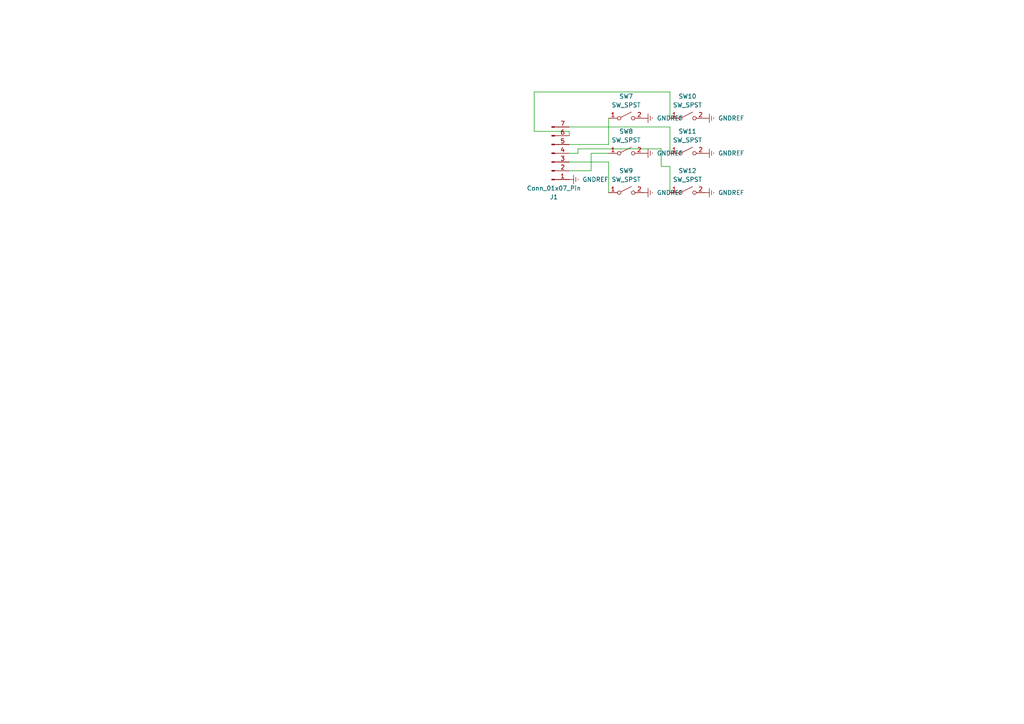
<source format=kicad_sch>
(kicad_sch (version 20231120) (generator "eeschema") (generator_version "8.0")
  (paper "A4")
  (lib_symbols
    (symbol "Connector:Conn_01x07_Pin" (pin_names (offset 1.016) hide)
      (property "Reference" "J" (at 0 10.16 0))
      (property "Value" "Conn_01x07_Pin" (at 0 -10.16 0))
      (symbol "Conn_01x07_Pin_1_1"
        (polyline (pts (xy 1.27 -7.62) (xy 0.8636 -7.62)) (stroke (width 0.1524)))
        (polyline (pts (xy 1.27 -5.08) (xy 0.8636 -5.08)) (stroke (width 0.1524)))
        (polyline (pts (xy 1.27 -2.54) (xy 0.8636 -2.54)) (stroke (width 0.1524)))
        (polyline (pts (xy 1.27 0) (xy 0.8636 0)) (stroke (width 0.1524)))
        (polyline (pts (xy 1.27 2.54) (xy 0.8636 2.54)) (stroke (width 0.1524)))
        (polyline (pts (xy 1.27 5.08) (xy 0.8636 5.08)) (stroke (width 0.1524)))
        (polyline (pts (xy 1.27 7.62) (xy 0.8636 7.62)) (stroke (width 0.1524)))
        (rectangle (start 0.8636 -7.493) (end 0 -7.747) (stroke (width 0.1524)) (fill (type outline)))
        (rectangle (start 0.8636 -4.953) (end 0 -5.207) (stroke (width 0.1524)) (fill (type outline)))
        (rectangle (start 0.8636 -2.413) (end 0 -2.667) (stroke (width 0.1524)) (fill (type outline)))
        (rectangle (start 0.8636 0.127) (end 0 -0.127) (stroke (width 0.1524)) (fill (type outline)))
        (rectangle (start 0.8636 2.667) (end 0 2.413) (stroke (width 0.1524)) (fill (type outline)))
        (rectangle (start 0.8636 5.207) (end 0 4.953) (stroke (width 0.1524)) (fill (type outline)))
        (rectangle (start 0.8636 7.747) (end 0 7.493) (stroke (width 0.1524)) (fill (type outline)))
        (pin passive line (at 5.08 7.62 180) (length 3.81) (name "Pin_1") (number "1"))
        (pin passive line (at 5.08 5.08 180) (length 3.81) (name "Pin_2") (number "2"))
        (pin passive line (at 5.08 2.54 180) (length 3.81) (name "Pin_3") (number "3"))
        (pin passive line (at 5.08 0 180) (length 3.81) (name "Pin_4") (number "4"))
        (pin passive line (at 5.08 -2.54 180) (length 3.81) (name "Pin_5") (number "5"))
        (pin passive line (at 5.08 -5.08 180) (length 3.81) (name "Pin_6") (number "6"))
        (pin passive line (at 5.08 -7.62 180) (length 3.81) (name "Pin_7") (number "7"))
      )
    )
    (symbol "Switch:SW_SPST" (pin_names (offset 0) hide)
      (property "Reference" "SW" (at 0 3.175 0))
      (property "Value" "SW_SPST" (at 0 -2.54 0))
      (symbol "SW_SPST_0_0"
        (circle (center -2.032 0) (radius 0.508))
        (polyline (pts (xy -1.524 0.254) (xy 1.524 1.778)))
        (circle (center 2.032 0) (radius 0.508))
      )
      (symbol "SW_SPST_1_1"
        (pin passive line (at -5.08 0 0) (length 2.54) (name "A") (number "1"))
        (pin passive line (at 5.08 0 180) (length 2.54) (name "B") (number "2"))
      )
    )
    (symbol "power:GNDREF" (power) (pin_numbers hide) (pin_names (offset 0) hide)
      (property "Value" "GNDREF" (at 0 -3.81 0))
      (symbol "GNDREF_0_1"
        (polyline (pts (xy -0.635 -1.905) (xy 0.635 -1.905)))
        (polyline (pts (xy -0.127 -2.54) (xy 0.127 -2.54)))
        (polyline (pts (xy 0 -1.27) (xy 0 0)))
        (polyline (pts (xy 1.27 -1.27) (xy -1.27 -1.27)))
      )
      (symbol "GNDREF_1_1"
        (pin power_in line (at 0 0 270) (length 0) (name "~") (number "1"))
      )
    )
  )
  (wire (pts (xy 191.77 43.18) (xy 167.64 43.18)))
  (wire (pts (xy 165.1 41.91) (xy 176.53 41.91)))
  (wire (pts (xy 194.31 26.67) (xy 194.31 34.29)))
  (wire (pts (xy 176.53 46.99) (xy 176.53 55.88)))
  (wire (pts (xy 194.31 55.88) (xy 194.31 48.26)))
  (wire (pts (xy 165.1 39.37) (xy 165.1 38.1)))
  (wire (pts (xy 165.1 46.99) (xy 176.53 46.99)))
  (wire (pts (xy 167.64 44.45) (xy 165.1 44.45)))
  (wire (pts (xy 154.94 38.1) (xy 154.94 26.67)))
  (wire (pts (xy 171.45 49.53) (xy 165.1 49.53)))
  (wire (pts (xy 165.1 38.1) (xy 154.94 38.1)))
  (wire (pts (xy 191.77 48.26) (xy 191.77 43.18)))
  (wire (pts (xy 194.31 36.83) (xy 194.31 44.45)))
  (wire (pts (xy 176.53 41.91) (xy 176.53 34.29)))
  (wire (pts (xy 194.31 48.26) (xy 191.77 48.26)))
  (wire (pts (xy 171.45 44.45) (xy 171.45 49.53)))
  (wire (pts (xy 167.64 43.18) (xy 167.64 44.45)))
  (wire (pts (xy 154.94 26.67) (xy 194.31 26.67)))
  (wire (pts (xy 176.53 44.45) (xy 171.45 44.45)))
  (wire (pts (xy 165.1 36.83) (xy 194.31 36.83)))
  (symbol (lib_id "Switch:SW_SPST") (at 199.39 55.88 0) (unit 1)
    (property "Reference" "SW12" (at 199.39 49.53 0))
    (property "Value" "SW_SPST" (at 199.39 52.07 0))
    (property "Footprint" "fingerpunch:gateron-ks27" (effects (hide yes)))
    (property "Description" "Single Pole Single Throw (SPST) switch" (effects (hide yes)))
  )
  (symbol (lib_id "power:GNDREF") (at 186.69 44.45 90) (unit 1)
    (property "Reference" "#PWR014" (effects (hide yes)))
    (property "Value" "GNDREF" (at 190.5 44.4499 90) (effects (justify right)))
    (property "Description" "Power symbol creates a global label with name \"GNDREF\" , reference supply ground" (effects (hide yes)))
  )
  (symbol (lib_id "power:GNDREF") (at 165.1 52.07 90) (unit 1)
    (property "Reference" "#PWR02" (effects (hide yes)))
    (property "Value" "GNDREF" (at 168.91 52.0699 90) (effects (justify right)))
    (property "Description" "Power symbol creates a global label with name \"GNDREF\" , reference supply ground" (effects (hide yes)))
  )
  (symbol (lib_id "Connector:Conn_01x07_Pin") (at 160.02 44.45 0) (mirror x) (unit 1)
    (property "Reference" "J1" (at 160.655 57.15 0))
    (property "Value" "Conn_01x07_Pin" (at 160.655 54.61 0))
    (property "Footprint" "Connector_PinHeader_2.54mm:PinHeader_1x07_P2.54mm_Vertical" (effects (hide yes)))
    (property "Description" "Generic connector, single row, 01x07, script generated" (effects (hide yes)))
  )
  (symbol (lib_id "power:GNDREF") (at 186.69 55.88 90) (unit 1)
    (property "Reference" "#PWR015" (effects (hide yes)))
    (property "Value" "GNDREF" (at 190.5 55.8799 90) (effects (justify right)))
    (property "Description" "Power symbol creates a global label with name \"GNDREF\" , reference supply ground" (effects (hide yes)))
  )
  (symbol (lib_id "power:GNDREF") (at 186.69 34.29 90) (unit 1)
    (property "Reference" "#PWR013" (effects (hide yes)))
    (property "Value" "GNDREF" (at 190.5 34.2899 90) (effects (justify right)))
    (property "Description" "Power symbol creates a global label with name \"GNDREF\" , reference supply ground" (effects (hide yes)))
  )
  (symbol (lib_id "power:GNDREF") (at 204.47 44.45 90) (unit 1)
    (property "Reference" "#PWR017" (effects (hide yes)))
    (property "Value" "GNDREF" (at 208.28 44.4499 90) (effects (justify right)))
    (property "Description" "Power symbol creates a global label with name \"GNDREF\" , reference supply ground" (effects (hide yes)))
  )
  (symbol (lib_id "Switch:SW_SPST") (at 181.61 44.45 0) (unit 1)
    (property "Reference" "SW8" (at 181.61 38.1 0))
    (property "Value" "SW_SPST" (at 181.61 40.64 0))
    (property "Footprint" "fingerpunch:gateron-ks27" (effects (hide yes)))
    (property "Description" "Single Pole Single Throw (SPST) switch" (effects (hide yes)))
  )
  (symbol (lib_id "Switch:SW_SPST") (at 181.61 34.29 0) (unit 1)
    (property "Reference" "SW7" (at 181.61 27.94 0))
    (property "Value" "SW_SPST" (at 181.61 30.48 0))
    (property "Footprint" "fingerpunch:gateron-ks27" (effects (hide yes)))
    (property "Description" "Single Pole Single Throw (SPST) switch" (effects (hide yes)))
  )
  (symbol (lib_id "Switch:SW_SPST") (at 181.61 55.88 0) (unit 1)
    (property "Reference" "SW9" (at 181.61 49.53 0))
    (property "Value" "SW_SPST" (at 181.61 52.07 0))
    (property "Footprint" "fingerpunch:gateron-ks27" (effects (hide yes)))
    (property "Description" "Single Pole Single Throw (SPST) switch" (effects (hide yes)))
  )
  (symbol (lib_id "Switch:SW_SPST") (at 199.39 34.29 0) (unit 1)
    (property "Reference" "SW10" (at 199.39 27.94 0))
    (property "Value" "SW_SPST" (at 199.39 30.48 0))
    (property "Footprint" "fingerpunch:gateron-ks27" (effects (hide yes)))
    (property "Description" "Single Pole Single Throw (SPST) switch" (effects (hide yes)))
  )
  (symbol (lib_id "power:GNDREF") (at 204.47 55.88 90) (unit 1)
    (property "Reference" "#PWR018" (effects (hide yes)))
    (property "Value" "GNDREF" (at 208.28 55.8799 90) (effects (justify right)))
    (property "Description" "Power symbol creates a global label with name \"GNDREF\" , reference supply ground" (effects (hide yes)))
  )
  (symbol (lib_id "power:GNDREF") (at 204.47 34.29 90) (unit 1)
    (property "Reference" "#PWR016" (effects (hide yes)))
    (property "Value" "GNDREF" (at 208.28 34.2899 90) (effects (justify right)))
    (property "Description" "Power symbol creates a global label with name \"GNDREF\" , reference supply ground" (effects (hide yes)))
  )
  (symbol (lib_id "Switch:SW_SPST") (at 199.39 44.45 0) (unit 1)
    (property "Reference" "SW11" (at 199.39 38.1 0))
    (property "Value" "SW_SPST" (at 199.39 40.64 0))
    (property "Footprint" "fingerpunch:gateron-ks27" (effects (hide yes)))
    (property "Description" "Single Pole Single Throw (SPST) switch" (effects (hide yes)))
  )
)
</source>
